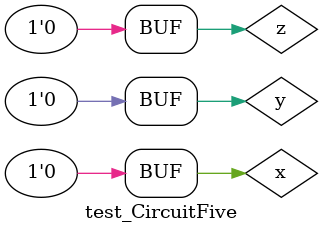
<source format=v>
module test_CircuitFive;
wire Y;
reg x,y,z;

Mux M(x,y,z,Y);
initial
begin
	x=0;y=0;z=0;
	#20
	x=0;y=0;z=1;
	#20
	x=0;y=1;z=0;
	#20
	x=0;y=1;z=1;
	#20
	x=1;y=0;z=0;
	#20
	x=1;y=0;z=1;
	#20
	x=1;y=1;z=0;
	#20
	x=1;y=1;z=1;
	#20
	x=0;y=0;z=0;
end
	initial
		$monitor("I0=%b I1=%b S=%b Y=%b time=%0d",x,y,z,Y,$time);
endmodule
</source>
